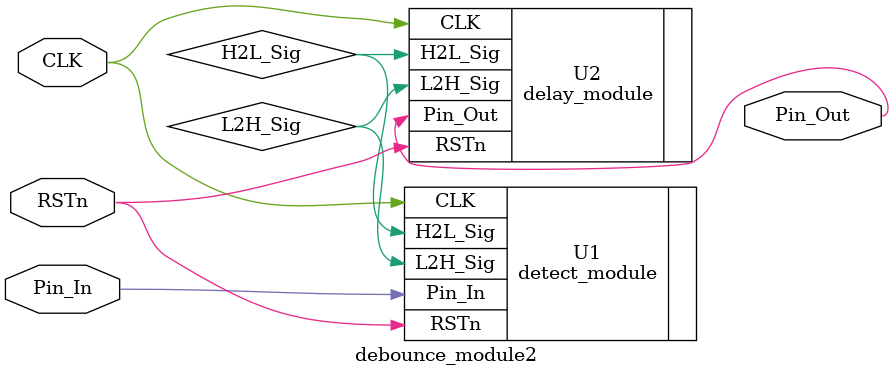
<source format=v>
module debounce_module2
(
    CLK, RSTn, Pin_In, Pin_Out
);
    
	 input CLK;
	 input RSTn;
	 input Pin_In;
	 output Pin_Out;
	 
	 /**************************/
	 
	 wire H2L_Sig;
	 wire L2H_Sig;
	 
	 detect_module U1
	 (
	     .CLK( CLK ),
		  .RSTn( RSTn ),
		  .Pin_In( Pin_In ),   // input - from top
		  .H2L_Sig( H2L_Sig ), // output - to U2
		  .L2H_Sig( L2H_Sig )  // output - to U2
	 );
	 
	 /**************************/
	 
	 delay_module U2
	 (
	     .CLK( CLK ),
		  .RSTn( RSTn ),
		  .H2L_Sig( H2L_Sig ), // input - from U1
		  .L2H_Sig( L2H_Sig ), // input - from U1
		  .Pin_Out( Pin_Out )  // output - to top
	 );
	 
	 /*******************************/

endmodule
</source>
